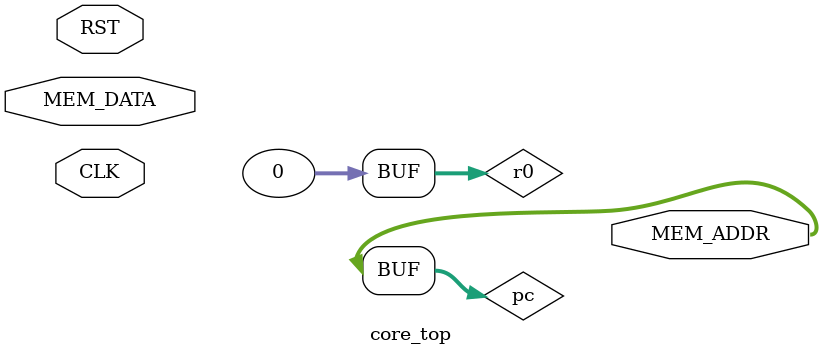
<source format=v>
module core_top
  (
    input RST,
    input CLK,
    // Memory input and output

    // メモリからのデータをMEM_ADDRで受け取り、欲しいアドレスをMEM_DATAで出力
    // する
    input [31:0] MEM_DATA,
    output [31:0] MEM_ADDR
  );

  // PC
  wire [31:0] pc;
  wire [31:0] r0, r1, r2, r3, r4, r5, r6, r7, r8, r9, r10, r11, r12, r13, r14, r15, r16, r17, r18, r19, r20, r21, r22, r23, r24, r25, r26, r27, r28, r29, r30, r31;
  
  wire i_lui, i_auipc, i_jap, i_jalr, i_beq, i_bne,
       i_blt, i_bge, i_bltu, i_bgeu, i_lb, i_lh, i_lw, i_lbu, i_lhu, i_sb, i_sh,
       i_sw, i_addi, i_slti, i_sltiu, i_xori, i_ori, i_andi, i_slli, i_srli, i_srai,
       i_add, i_sub, i_sll, i_slt, i_sltu, i_xor, i_srl, i_sra, i_or, i_and, i_fence, i_fence_i;
  // 乗除算はまだ

  assign r0 = 32'b0;

  // CPU state
  reg [6:0] cpu_state;
  localparam IDLE = 7'b0000001;
  localparam FETCH = 7'b0000010;
  localparam DECODE = 7'b0000100;
  localparam EXECUTE = 7'b0001000;
  localparam MEMORY = 7'b0100000;
  localparam WRITEBACK = 7'b1000000;

  always @(posedge CLK) begin
    if(!RST) begin
      cpu_state <= IDLE;
    end else begin
      case(cpu_state)
        IDLE:
        begin
          cpu_state <= FETCH;
        end
        FETCH:
        begin
          cpu_state <= DECODE;
        end
        DECODE:
        begin
          cpu_state <= EXECUTE;
        end
        MEMORY:
        begin
          cpu_state <= WRITEBACK;
        end
        WRITEBACK:
        begin
          cpu_state <= FETCH;
        end
      endcase
    end
  end

  // それぞれの段階ごとのアサインをする
  // 1. 命令フェッチ Instruction Fetch
  
  assign MEM_ADDR = pc;

  // 2. 命令デコード
  
  // 3. 実行
  
  core_alu u_core_alu
  (
    .RST (RST),
    .CLK (CLK),

    .I_ADDI (i_addi),
    .I_SLTI (i_slti),
    .I_SLTIU (i_sltiu),
    .I_XORI (i_xori),
    .I_ORI (i_ori),
    .I_ANDI (i_andi),
    .I_SLLI (i_slli),
    .I_SRLI (i_srli),
    .I_SRAI (i_srai),
    .I_ADD (i_add),
    .I_SUB (i_sub),
    .I_SLL (i_sll),
    .I_SLT (i_slt),
    .I_SLTU (i_sltu),
    .I_XOR (i_xor),
    .I_SRL (i_srl),
    .I_SRA (i_sra),
    .I_OR (i_or),
    .I_AND (i_and),

    .I_BEQ (i_beq),
    .I_BNE (i_bne),
    .I_BLT (i_blt),
    .I_BGE (i_bge),
    .I_BLTU (i_bltu),
    .I_BGEU (i_bgeu),

    .I_LB (i_lb),
    .I_LH (i_lh),
    .I_LW (i_lw),
    .I_LBU (i_lbu),
    .I_LHU (i_lhu),
    .I_SB (i_sb),
    .I_SH (i_sh),
    .I_SW (i_sw)

  );

 // 4. メモリアクセス
 
  // 5. 書き戻し

endmodule

</source>
